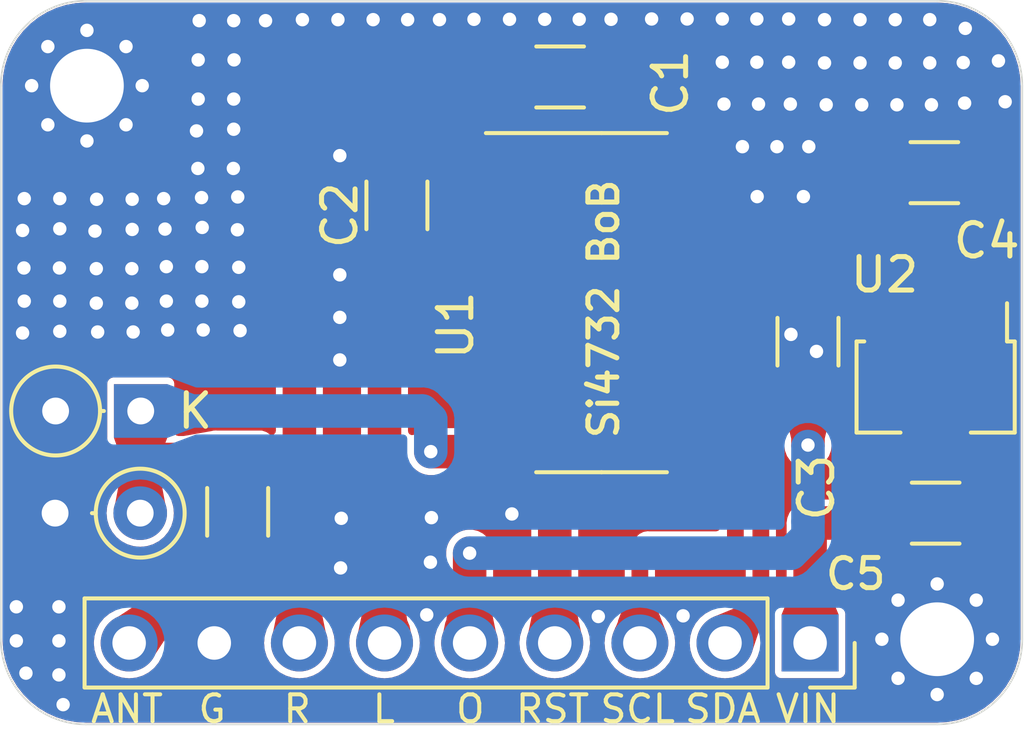
<source format=kicad_pcb>
(kicad_pcb (version 20221018) (generator pcbnew)
  (layers (0 "F.Cu" signal) (31 "B.Cu" signal) (34 "B.Paste" user) (35 "F.Paste" user) (36 "B.SilkS" user "B.Silkscreen") (37 "F.SilkS" user "F.Silkscreen") (38 "B.Mask" user) (39 "F.Mask" user) (44 "Edge.Cuts" user))
  (net 0 "")
  (net 1 "+3.3V")
  (net 2 "Net-(U1-RCLK)")
  (net 3 "RX_OSC")
  (net 4 "Net-(JP1-Pin_9)")
  (net 10 "RST")
  (net 11 "SCL")
  (net 12 "SDA")
  (net 13 "LEFT")
  (net 14 "Net-(U1-LOUT{slash}DFS)")
  (net 15 "Net-(U1-ROUT{slash}DOUT)")
  (net 16 "Net-(D1-A)")
  (net 17 "RIGHT")
  (net 18 "GND")
  (net 19 "+5V")
  (footprint "Capacitor_SMD:C_1206_3216Metric_Pad1.33x1.80mm_HandSolder" (layer "F.Cu") (at 81.026 67.02 -90)
    (fp_text reference "C3" (at 4.354 -0.254 90) (layer "F.SilkS"))
    (fp_text value "100nF" hide)
    (fp_line (start -0.711252 -0.91) (end 0.711252 -0.91) (stroke (width 0.12)) (layer "F.SilkS"))
    (fp_line (start -0.711252 0.91) (end 0.711252 0.91) (stroke (width 0.12)) (layer "F.SilkS"))
    (pad "1" smd roundrect (at -1.5625 0 270) (size 1.325 1.8) (layers "F.Cu" "F.Paste" "F.Mask") (roundrect_rratio 0.1886792453) (net 2 "Net-(U1-RCLK)"))
    (pad "2" smd roundrect (at 1.5625 0 270) (size 1.325 1.8) (layers "F.Cu" "F.Paste" "F.Mask") (roundrect_rratio 0.1886792453) (net 3 "RX_OSC"))
  )
  (footprint "Capacitor_SMD:C_1206_3216Metric_Pad1.33x1.80mm_HandSolder" (layer "F.Cu") (at 73.63 59.12 180)
    (fp_text reference "C1" (at -3.29 -0.18 90) (layer "F.SilkS"))
    (fp_text value "4.7uF" hide)
    (fp_line (start -0.711252 -0.91) (end 0.711252 -0.91) (stroke (width 0.12)) (layer "F.SilkS"))
    (fp_line (start -0.711252 0.91) (end 0.711252 0.91) (stroke (width 0.12)) (layer "F.SilkS"))
    (pad "1" smd roundrect (at -1.5625 0 180) (size 1.325 1.8) (layers "F.Cu" "F.Paste" "F.Mask") (roundrect_rratio 0.1886792453) (net 15 "Net-(U1-ROUT{slash}DOUT)"))
    (pad "2" smd roundrect (at 1.5625 0 180) (size 1.325 1.8) (layers "F.Cu" "F.Paste" "F.Mask") (roundrect_rratio 0.1886792453) (net 17 "RIGHT"))
  )
  (footprint "MountingHole:MountingHole_2.2mm_M2_Pad_Via" (layer "F.Cu") (at 84.8811 75.8986 180)
    (fp_text reference "H2" hide)
    (fp_text value "MountingHole_Pad" hide)
    (pad "1" thru_hole circle (at -1.65 0 180) (size 0.7 0.7) (drill 0.4) (layers "*.Cu" "*.Mask") (net 18 "GND"))
    (pad "1" thru_hole circle (at -1.166726 -1.166726 180) (size 0.7 0.7) (drill 0.4) (layers "*.Cu" "*.Mask") (net 18 "GND"))
    (pad "1" thru_hole circle (at -1.166726 1.166726 180) (size 0.7 0.7) (drill 0.4) (layers "*.Cu" "*.Mask") (net 18 "GND"))
    (pad "1" thru_hole circle (at 0 -1.65 180) (size 0.7 0.7) (drill 0.4) (layers "*.Cu" "*.Mask") (net 18 "GND"))
    (pad "1" thru_hole circle (at 0 0 180) (size 4.4 4.4) (drill 2.2) (layers "*.Cu" "*.Mask") (net 18 "GND"))
    (pad "1" thru_hole circle (at 0 1.65 180) (size 0.7 0.7) (drill 0.4) (layers "*.Cu" "*.Mask") (net 18 "GND"))
    (pad "1" thru_hole circle (at 1.166726 -1.166726 180) (size 0.7 0.7) (drill 0.4) (layers "*.Cu" "*.Mask") (net 18 "GND"))
    (pad "1" thru_hole circle (at 1.166726 1.166726 180) (size 0.7 0.7) (drill 0.4) (layers "*.Cu" "*.Mask") (net 18 "GND"))
    (pad "1" thru_hole circle (at 1.65 0 180) (size 0.7 0.7) (drill 0.4) (layers "*.Cu" "*.Mask") (net 18 "GND"))
  )
  (footprint "Capacitor_SMD:C_1206_3216Metric_Pad1.33x1.80mm_HandSolder" (layer "F.Cu") (at 64.008 72.0975 90)
    (fp_text reference "C13" hide)
    (fp_text value "100nF" hide)
    (fp_line (start -0.711252 -0.91) (end 0.711252 -0.91) (stroke (width 0.12)) (layer "F.SilkS"))
    (fp_line (start -0.711252 0.91) (end 0.711252 0.91) (stroke (width 0.12)) (layer "F.SilkS"))
    (pad "1" smd roundrect (at -1.5625 0 90) (size 1.325 1.8) (layers "F.Cu" "F.Paste" "F.Mask") (roundrect_rratio 0.1886792453) (net 4 "Net-(JP1-Pin_9)"))
    (pad "2" smd roundrect (at 1.5625 0 90) (size 1.325 1.8) (layers "F.Cu" "F.Paste" "F.Mask") (roundrect_rratio 0.1886792453) (net 16 "Net-(D1-A)"))
  )
  (footprint "MountingHole:MountingHole_2.2mm_M2_Pad_Via" (layer "F.Cu") (at 59.51 59.38 180)
    (fp_text reference "H1" hide)
    (fp_text value "MountingHole_Pad" hide)
    (pad "1" thru_hole circle (at -1.65 0 180) (size 0.7 0.7) (drill 0.4) (layers "*.Cu" "*.Mask") (net 18 "GND"))
    (pad "1" thru_hole circle (at -1.166726 -1.166726 180) (size 0.7 0.7) (drill 0.4) (layers "*.Cu" "*.Mask") (net 18 "GND"))
    (pad "1" thru_hole circle (at -1.166726 1.166726 180) (size 0.7 0.7) (drill 0.4) (layers "*.Cu" "*.Mask") (net 18 "GND"))
    (pad "1" thru_hole circle (at 0 -1.65 180) (size 0.7 0.7) (drill 0.4) (layers "*.Cu" "*.Mask") (net 18 "GND"))
    (pad "1" thru_hole circle (at 0 0 180) (size 4.4 4.4) (drill 2.2) (layers "*.Cu" "*.Mask") (net 18 "GND"))
    (pad "1" thru_hole circle (at 0 1.65 180) (size 0.7 0.7) (drill 0.4) (layers "*.Cu" "*.Mask") (net 18 "GND"))
    (pad "1" thru_hole circle (at 1.166726 -1.166726 180) (size 0.7 0.7) (drill 0.4) (layers "*.Cu" "*.Mask") (net 18 "GND"))
    (pad "1" thru_hole circle (at 1.166726 1.166726 180) (size 0.7 0.7) (drill 0.4) (layers "*.Cu" "*.Mask") (net 18 "GND"))
    (pad "1" thru_hole circle (at 1.65 0 180) (size 0.7 0.7) (drill 0.4) (layers "*.Cu" "*.Mask") (net 18 "GND"))
  )
  (footprint "Capacitor_SMD:C_1206_3216Metric_Pad1.33x1.80mm_HandSolder" (layer "F.Cu") (at 84.7975 61.976 180)
    (fp_text reference "C4" (at -1.5625 -2.032) (layer "F.SilkS"))
    (fp_text value "10uF" hide)
    (fp_line (start -0.711252 -0.91) (end 0.711252 -0.91) (stroke (width 0.12)) (layer "F.SilkS"))
    (fp_line (start -0.711252 0.91) (end 0.711252 0.91) (stroke (width 0.12)) (layer "F.SilkS"))
    (pad "1" smd roundrect (at -1.5625 0 180) (size 1.325 1.8) (layers "F.Cu" "F.Paste" "F.Mask") (roundrect_rratio 0.188679) (net 18 "GND"))
    (pad "2" smd roundrect (at 1.5625 0 180) (size 1.325 1.8) (layers "F.Cu" "F.Paste" "F.Mask") (roundrect_rratio 0.188679) (net 1 "+3.3V"))
  )
  (footprint "Package_TO_SOT_SMD:SOT-89-3" (layer "F.Cu") (at 84.836 68.072 -90)
    (fp_text reference "U2" (at -3.048 1.524 -180) (layer "F.SilkS"))
    (fp_text value "HT7833 SOT89 3.3V 500mA LDO" hide)
    (fp_line (start -2.2 -2.13) (end -1.06 -2.13) (stroke (width 0.12)) (layer "F.SilkS"))
    (fp_line (start -1.06 -2.36) (end -1.06 -2.13) (stroke (width 0.12)) (layer "F.SilkS"))
    (fp_line (start -1.06 -2.36) (end 1.66 -2.36) (stroke (width 0.12)) (layer "F.SilkS"))
    (fp_line (start -1.06 2.36) (end -1.06 2.13) (stroke (width 0.12)) (layer "F.SilkS"))
    (fp_line (start 1.66 -2.36) (end 1.66 -1.05) (stroke (width 0.12)) (layer "F.SilkS"))
    (fp_line (start 1.66 1.05) (end 1.66 2.36) (stroke (width 0.12)) (layer "F.SilkS"))
    (fp_line (start 1.66 2.36) (end -1.06 2.36) (stroke (width 0.12)) (layer "F.SilkS"))
    (pad "1" smd rect (at -1.65 -1.5 270) (size 1.3 0.9) (layers "F.Cu" "F.Paste" "F.Mask") (net 18 "GND"))
    (pad "2" smd custom (at -1.5625 0 270) (size 1.475 0.9) (layers "F.Cu" "F.Paste" "F.Mask") (net 19 "+5V") (options (clearance outline) (anchor rect)) (primitives (gr_poly (pts (xy 3.8625 0.8665) (xy 0.7375 0.8665) (xy 0.7375 -0.8665) (xy 3.8625 -0.8665)) (width 0) (fill yes))))
    (pad "3" smd rect (at -1.65 1.5 270) (size 1.3 0.9) (layers "F.Cu" "F.Paste" "F.Mask") (net 1 "+3.3V"))
  )
  (footprint "footprints:PinSocket_1x09_P2.54mm_Vertical_Custom" (layer "F.Cu") (at 81.09 76.01 -90)
    (fp_text reference "JP1" hide)
    (fp_text value "Pin Header" hide)
    (fp_line (start -1.33 1.27) (end -1.33 21.65) (stroke (width 0.12)) (layer "F.SilkS"))
    (fp_line (start -1.33 1.27) (end 1.33 1.27) (stroke (width 0.12)) (layer "F.SilkS"))
    (fp_line (start -1.33 21.65) (end 1.33 21.65) (stroke (width 0.12)) (layer "F.SilkS"))
    (fp_line (start 0 -1.33) (end 1.33 -1.33) (stroke (width 0.12)) (layer "F.SilkS"))
    (fp_line (start 1.33 -1.33) (end 1.33 0) (stroke (width 0.12)) (layer "F.SilkS"))
    (fp_line (start 1.33 1.27) (end 1.33 21.65) (stroke (width 0.12)) (layer "F.SilkS"))
    (pad "1" thru_hole rect (at 0 0 270) (size 1.7 1.7) (drill 1) (layers "*.Cu" "*.Mask") (net 19 "+5V"))
    (pad "2" thru_hole oval (at 0 2.54 270) (size 1.7 1.7) (drill 1) (layers "*.Cu" "*.Mask") (net 12 "SDA"))
    (pad "3" thru_hole oval (at 0 5.08 270) (size 1.7 1.7) (drill 1) (layers "*.Cu" "*.Mask") (net 11 "SCL"))
    (pad "4" thru_hole oval (at 0 7.62 270) (size 1.7 1.7) (drill 1) (layers "*.Cu" "*.Mask") (net 10 "RST"))
    (pad "5" thru_hole oval (at 0 10.16 270) (size 1.7 1.7) (drill 1) (layers "*.Cu" "*.Mask") (net 3 "RX_OSC"))
    (pad "6" thru_hole oval (at 0 12.7 270) (size 1.7 1.7) (drill 1) (layers "*.Cu" "*.Mask") (net 13 "LEFT"))
    (pad "7" thru_hole oval (at 0 15.24 270) (size 1.7 1.7) (drill 1) (layers "*.Cu" "*.Mask") (net 17 "RIGHT"))
    (pad "8" thru_hole oval (at 0 17.78 270) (size 1.7 1.7) (drill 1) (layers "*.Cu" "*.Mask") (net 18 "GND"))
    (pad "9" thru_hole oval (at 0 20.32 270) (size 1.7 1.7) (drill 1) (layers "*.Cu" "*.Mask") (net 4 "Net-(JP1-Pin_9)"))
  )
  (footprint "Diode_THT:D_DO-35_SOD27_P2.54mm_Vertical_KathodeUp" (layer "F.Cu") (at 58.56 72.136)
    (fp_text reference "D1" hide)
    (fp_text value "1N4148" hide)
    (fp_line (start 1.213629 0) (end 1.1 0) (stroke (width 0.12)) (layer "F.SilkS"))
    (fp_circle (center 2.54 0) (end 3.866371 0) (stroke (width 0.12)) (fill none) (layer "F.SilkS"))
    (pad "1" thru_hole rect (at 0 0) (size 1.6 1.6) (drill 0.8) (layers "*.Cu" "*.Mask") (net 18 "GND"))
    (pad "2" thru_hole oval (at 2.54 0) (size 1.6 1.6) (drill 0.8) (layers "*.Cu" "*.Mask") (net 16 "Net-(D1-A)"))
  )
  (footprint "Capacitor_SMD:C_1206_3216Metric_Pad1.33x1.80mm_HandSolder" (layer "F.Cu") (at 84.836 72.136 180)
    (fp_text reference "C5" (at 2.386 -1.814) (layer "F.SilkS") (effects (font (size 0.9 0.9))))
    (fp_text value "10uF" hide)
    (fp_line (start -0.711252 -0.91) (end 0.711252 -0.91) (stroke (width 0.12)) (layer "F.SilkS"))
    (fp_line (start -0.711252 0.91) (end 0.711252 0.91) (stroke (width 0.12)) (layer "F.SilkS"))
    (pad "1" smd roundrect (at -1.5625 0 180) (size 1.325 1.8) (layers "F.Cu" "F.Paste" "F.Mask") (roundrect_rratio 0.188679) (net 18 "GND"))
    (pad "2" smd roundrect (at 1.5625 0 180) (size 1.325 1.8) (layers "F.Cu" "F.Paste" "F.Mask") (roundrect_rratio 0.188679) (net 19 "+5V"))
  )
  (footprint "Capacitor_SMD:C_1206_3216Metric_Pad1.33x1.80mm_HandSolder" (layer "F.Cu") (at 68.76 62.9525 90)
    (fp_text reference "C2" (at -0.2935 -1.704 90) (layer "F.SilkS"))
    (fp_text value "4.7uF" hide)
    (fp_line (start -0.711252 -0.91) (end 0.711252 -0.91) (stroke (width 0.12)) (layer "F.SilkS"))
    (fp_line (start -0.711252 0.91) (end 0.711252 0.91) (stroke (width 0.12)) (layer "F.SilkS"))
    (pad "1" smd roundrect (at -1.5625 0 90) (size 1.325 1.8) (layers "F.Cu" "F.Paste" "F.Mask") (roundrect_rratio 0.1886792453) (net 13 "LEFT"))
    (pad "2" smd roundrect (at 1.5625 0 90) (size 1.325 1.8) (layers "F.Cu" "F.Paste" "F.Mask") (roundrect_rratio 0.1886792453) (net 14 "Net-(U1-LOUT{slash}DFS)"))
  )
  (footprint "Package_SO:SOIC-16_3.9x9.9mm_P1.27mm" (layer "F.Cu") (at 74.8657 65.855)
    (fp_text reference "U1" (at -4.3557 0.675 90) (layer "F.SilkS"))
    (fp_text value "SI4732-A10-GS" hide)
    (fp_line (start 0 -5.06) (end -3.45 -5.06) (stroke (width 0.12)) (layer "F.SilkS"))
    (fp_line (start 0 -5.06) (end 1.95 -5.06) (stroke (width 0.12)) (layer "F.SilkS"))
    (fp_line (start 0 5.06) (end -1.95 5.06) (stroke (width 0.12)) (layer "F.SilkS"))
    (fp_line (start 0 5.06) (end 1.95 5.06) (stroke (width 0.12)) (layer "F.SilkS"))
    (pad "1" smd roundrect (at -2.475 -4.445) (size 1.95 0.6) (layers "F.Cu" "F.Paste" "F.Mask") (net 14 "Net-(U1-LOUT{slash}DFS)"))
    (pad "2" smd roundrect (at -2.475 -3.175) (size 1.95 0.6) (layers "F.Cu" "F.Paste" "F.Mask"))
    (pad "3" smd roundrect (at -2.475 -1.905) (size 1.95 0.6) (layers "F.Cu" "F.Paste" "F.Mask"))
    (pad "4" smd roundrect (at -2.475 -0.635) (size 1.95 0.6) (layers "F.Cu" "F.Paste" "F.Mask"))
    (pad "5" smd roundrect (at -2.475 0.635) (size 1.95 0.6) (layers "F.Cu" "F.Paste" "F.Mask"))
    (pad "6" smd roundrect (at -2.475 1.905) (size 1.95 0.6) (layers "F.Cu" "F.Paste" "F.Mask"))
    (pad "7" smd roundrect (at -2.475 3.175) (size 1.95 0.6) (layers "F.Cu" "F.Paste" "F.Mask") (net 18 "GND"))
    (pad "8" smd roundrect (at -2.475 4.445) (size 1.95 0.6) (layers "F.Cu" "F.Paste" "F.Mask") (net 16 "Net-(D1-A)"))
    (pad "9" smd roundrect (at 2.475 4.445) (size 1.95 0.6) (layers "F.Cu" "F.Paste" "F.Mask") (net 10 "RST"))
    (pad "10" smd roundrect (at 2.475 3.175) (size 1.95 0.6) (layers "F.Cu" "F.Paste" "F.Mask") (net 18 "GND"))
    (pad "11" smd roundrect (at 2.475 1.905) (size 1.95 0.6) (layers "F.Cu" "F.Paste" "F.Mask") (net 11 "SCL"))
    (pad "12" smd roundrect (at 2.475 0.635) (size 1.95 0.6) (layers "F.Cu" "F.Paste" "F.Mask") (net 12 "SDA"))
    (pad "13" smd roundrect (at 2.475 -0.635) (size 1.95 0.6) (layers "F.Cu" "F.Paste" "F.Mask") (net 2 "Net-(U1-RCLK)"))
    (pad "14" smd roundrect (at 2.475 -1.905) (size 1.95 0.6) (layers "F.Cu" "F.Paste" "F.Mask") (net 1 "+3.3V"))
    (pad "15" smd roundrect (at 2.475 -3.175) (size 1.95 0.6) (layers "F.Cu" "F.Paste" "F.Mask") (net 18 "GND"))
    (pad "16" smd roundrect (at 2.475 -4.445) (size 1.95 0.6) (layers "F.Cu" "F.Paste" "F.Mask") (net 15 "Net-(U1-ROUT{slash}DOUT)"))
  )
  (footprint "Diode_THT:D_DO-35_SOD27_P2.54mm_Vertical_KathodeUp" (layer "F.Cu") (at 61.115686 69.088 180)
    (fp_text reference "D2" hide)
    (fp_text value "1N4148" hide)
    (fp_text user "K" (at -1.622315 0) (layer "F.SilkS"))
    (fp_line (start 1.213629 0) (end 1.1 0) (stroke (width 0.12)) (layer "F.SilkS"))
    (fp_circle (center 2.54 0) (end 3.866371 0) (stroke (width 0.12)) (fill none) (layer "F.SilkS"))
    (pad "1" thru_hole rect (at 0 0 180) (size 1.6 1.6) (drill 0.8) (layers "*.Cu" "*.Mask") (net 16 "Net-(D1-A)"))
    (pad "2" thru_hole oval (at 2.54 0 180) (size 1.6 1.6) (drill 0.8) (layers "*.Cu" "*.Mask") (net 18 "GND"))
  )
  (gr_arc (start 84.8811 56.8486) (mid 86.677151 57.592549) (end 87.4211 59.3886) (stroke (width 0.05)) (layer "Edge.Cuts"))
  (gr_line (start 56.9411 75.8986) (end 56.9411 59.3886) (stroke (width 0.05)) (layer "Edge.Cuts"))
  (gr_line (start 84.8811 78.4386) (end 59.4811 78.4386) (stroke (width 0.05)) (layer "Edge.Cuts"))
  (gr_arc (start 59.4811 78.4386) (mid 57.685049 77.694651) (end 56.9411 75.8986) (stroke (width 0.05)) (layer "Edge.Cuts"))
  (gr_line (start 87.4211 59.3886) (end 87.4211 75.8986) (stroke (width 0.05)) (layer "Edge.Cuts"))
  (gr_arc (start 56.9411 59.3886) (mid 57.685049 57.592549) (end 59.4811 56.8486) (stroke (width 0.05)) (layer "Edge.Cuts"))
  (gr_line (start 59.4811 56.8486) (end 84.8811 56.8486) (stroke (width 0.05)) (layer "Edge.Cuts"))
  (gr_arc (start 87.4211 75.8986) (mid 86.677151 77.694651) (end 84.8811 78.4386) (stroke (width 0.05)) (layer "Edge.Cuts"))
  (gr_text "SDA\n" (at 78.486 77.978) (layer "F.SilkS") (effects (font (size 0.8 0.8) (thickness 0.12))))
  (gr_text "Si4732 BoB" (at 74.93 66.04 90) (layer "F.SilkS") (effects (font (size 0.8636 0.8636) (thickness 0.1524))))
  (gr_text "L" (at 68.37 77.978) (layer "F.SilkS") (effects (font (size 0.8 0.8) (thickness 0.12))))
  (gr_text "G" (at 63.246 77.978) (layer "F.SilkS") (effects (font (size 0.8 0.8) (thickness 0.12))))
  (gr_text "RST" (at 73.406 77.978) (layer "F.SilkS") (effects (font (size 0.8 0.8) (thickness 0.12))))
  (gr_text "R\n" (at 65.786 77.978) (layer "F.SilkS") (effects (font (size 0.8 0.8) (thickness 0.12))))
  (gr_text "ANT" (at 60.706 77.978) (layer "F.SilkS") (effects (font (size 0.8 0.8) (thickness 0.12))))
  (gr_text "O" (at 70.95 77.978) (layer "F.SilkS") (effects (font (size 0.8 0.8) (thickness 0.12))))
  (gr_text "SCL" (at 75.946 77.978) (layer "F.SilkS") (effects (font (size 0.8 0.8) (thickness 0.12))))
  (gr_text "VIN" (at 81.026 77.978) (layer "F.SilkS") (effects (font (size 0.8 0.8) (thickness 0.12))))
  (segment (start 83.336 62.077) (end 83.336 66.422) (width 0.5) (layer "F.Cu") (net 1))
  (segment (start 77.3407 63.95) (end 83.13 63.95) (width 0.5) (layer "F.Cu") (net 1))
  (segment (start 77.3407 65.22) (end 81.1025 65.22) (width 0.5) (layer "F.Cu") (net 2))
  (segment (start 81.026 70.104) (end 81.026 68.5825) (width 1) (layer "F.Cu") (net 3))
  (segment (start 70.93 76.01) (end 70.93 73.33) (width 1) (layer "F.Cu") (net 3))
  (via (at 81.026 70.104) (size 0.8) (drill 0.4) (layers "F.Cu" "B.Cu") (net 3))
  (via (at 70.93 73.33) (size 0.8) (drill 0.4) (layers "F.Cu" "B.Cu") (net 3))
  (segment (start 70.93 73.33) (end 80.518 73.33) (width 1) (layer "B.Cu") (net 3))
  (segment (start 81.026 72.822) (end 80.518 73.33) (width 1) (layer "B.Cu") (net 3))
  (segment (start 81.026 72.39) (end 81.026 70.148) (width 1) (layer "B.Cu") (net 3))
  (segment (start 81.026 72.39) (end 81.026 72.822) (width 1) (layer "B.Cu") (net 3))
  (segment (start 60.77 76.01) (end 63.12 73.66) (width 1) (layer "F.Cu") (net 4))
  (segment (start 63.12 73.66) (end 64.008 73.66) (width 1) (layer "F.Cu") (net 4))
  (segment (start 77.3407 71.3893) (end 77.3407 70.64) (width 1) (layer "F.Cu") (net 10))
  (segment (start 77.3407 71.2593) (end 77.27 71.33) (width 0.25) (layer "F.Cu") (net 10))
  (segment (start 73.47 76.01) (end 73.47 71.74) (width 1) (layer "F.Cu") (net 10))
  (segment (start 73.47 71.74) (end 73.63 71.58) (width 1) (layer "F.Cu") (net 10))
  (segment (start 77.15 71.58) (end 77.3407 71.3893) (width 1) (layer "F.Cu") (net 10))
  (segment (start 73.63 71.58) (end 77.15 71.58) (width 1) (layer "F.Cu") (net 10))
  (segment (start 77.3407 70.64) (end 77.3407 71.2593) (width 0.25) (layer "F.Cu") (net 10))
  (segment (start 77.3407 70.3) (end 77.3407 70.64) (width 0.25) (layer "F.Cu") (net 10))
  (segment (start 76.01 76.01) (end 76.01 73.38) (width 0.5) (layer "F.Cu") (net 11))
  (segment (start 78.56 67.76) (end 77.3407 67.76) (width 0.5) (layer "F.Cu") (net 11))
  (segment (start 76.26 73.13) (end 78.86 73.13) (width 0.5) (layer "F.Cu") (net 11))
  (segment (start 78.86 68.06) (end 78.56 67.76) (width 0.5) (layer "F.Cu") (net 11))
  (segment (start 76.01 73.38) (end 76.26 73.13) (width 0.5) (layer "F.Cu") (net 11))
  (segment (start 78.86 73.13) (end 78.86 68.06) (width 0.5) (layer "F.Cu") (net 11))
  (segment (start 79.06 66.49) (end 79.15 66.58) (width 0.25) (layer "F.Cu") (net 12))
  (segment (start 79.62 66.69) (end 79.62 74.94) (width 0.5) (layer "F.Cu") (net 12))
  (segment (start 79.42 66.49) (end 79.62 66.69) (width 0.5) (layer "F.Cu") (net 12))
  (segment (start 77.3407 66.49) (end 79.42 66.49) (width 0.5) (layer "F.Cu") (net 12))
  (segment (start 77.52 66.49) (end 79.06 66.49) (width 0.25) (layer "F.Cu") (net 12))
  (segment (start 79.62 74.94) (end 78.55 76.01) (width 0.5) (layer "F.Cu") (net 12))
  (segment (start 68.39 76.01) (end 68.39 64.885) (width 1) (layer "F.Cu") (net 13))
  (segment (start 68.39 64.885) (end 68.76 64.515) (width 1) (layer "F.Cu") (net 13))
  (segment (start 72.3707 61.39) (end 72.3907 61.41) (width 1) (layer "F.Cu") (net 14))
  (segment (start 68.76 61.39) (end 72.3707 61.39) (width 1) (layer "F.Cu") (net 14))
  (segment (start 77.22 59.12) (end 77.42 59.32) (width 1) (layer "F.Cu") (net 15))
  (segment (start 77.42 59.32) (end 77.42 61.3307) (width 1) (layer "F.Cu") (net 15))
  (segment (start 75.1925 59.12) (end 77.22 59.12) (width 1) (layer "F.Cu") (net 15))
  (segment (start 77.42 61.3307) (end 77.3407 61.41) (width 1) (layer "F.Cu") (net 15))
  (segment (start 61.185 70.535) (end 61.1 70.45) (width 1) (layer "F.Cu") (net 16))
  (segment (start 61.1 72.136) (end 61.1 70.45) (width 1) (layer "F.Cu") (net 16))
  (segment (start 61.1 70.45) (end 61.1 69.103686) (width 1) (layer "F.Cu") (net 16))
  (segment (start 64.008 70.535) (end 61.185 70.535) (width 1) (layer "F.Cu") (net 16))
  (segment (start 72.3907 70.3) (end 69.77 70.3) (width 1) (layer "F.Cu") (net 16))
  (via (at 69.77 70.3) (size 0.8) (drill 0.4) (layers "F.Cu" "B.Cu") (net 16))
  (segment (start 69.77 69.34) (end 69.77 70.3) (width 1) (layer "B.Cu") (net 16))
  (segment (start 69.518 69.088) (end 69.77 69.34) (width 1) (layer "B.Cu") (net 16))
  (segment (start 61.115686 69.088) (end 69.518 69.088) (width 1) (layer "B.Cu") (net 16))
  (segment (start 72.0675 59.12) (end 65.92 59.12) (width 1) (layer "F.Cu") (net 17))
  (segment (start 65.85 59.19) (end 65.85 76.01) (width 1) (layer "F.Cu") (net 17))
  (segment (start 65.92 59.12) (end 65.85 59.19) (width 1) (layer "F.Cu") (net 17))
  (via (at 57.64 65.81) (size 0.8) (drill 0.4) (layers "F.Cu" "B.Cu") (net 18))
  (via (at 57.64 62.75) (size 0.8) (drill 0.4) (layers "F.Cu" "B.Cu") (net 18))
  (via (at 80.89 62.69) (size 0.8) (drill 0.4) (layers "F.Cu" "B.Cu") (net 18))
  (via (at 62.82 61.85) (size 0.8) (drill 0.4) (layers "F.Cu" "B.Cu") (net 18))
  (via (at 58.674 74.93) (size 0.8) (drill 0.4) (layers "F.Cu" "B.Cu") (net 18))
  (via (at 80.45 57.39) (size 0.8) (drill 0.4) (layers "F.Cu" "B.Cu") (net 18))
  (via (at 74.2 57.4) (size 0.8) (drill 0.4) (layers "F.Cu" "B.Cu") (net 18))
  (via (at 82.63 59.95) (size 0.8) (drill 0.4) (layers "F.Cu" "B.Cu") (net 18))
  (via (at 61.88 65.81) (size 0.8) (drill 0.4) (layers "F.Cu" "B.Cu") (net 18))
  (via (at 86.71 58.64) (size 0.8) (drill 0.4) (layers "F.Cu" "B.Cu") (net 18))
  (via (at 60.86 62.77) (size 0.8) (drill 0.4) (layers "F.Cu" "B.Cu") (net 18))
  (via (at 81.05 61.2) (size 0.8) (drill 0.4) (layers "F.Cu" "B.Cu") (net 18))
  (via (at 64.04 64.8) (size 0.8) (drill 0.4) (layers "F.Cu" "B.Cu") (net 18))
  (via (at 58.69 64.82) (size 0.8) (drill 0.4) (layers "F.Cu" "B.Cu") (net 18))
  (via (at 65.94 57.41) (size 0.8) (drill 0.4) (layers "F.Cu" "B.Cu") (net 18))
  (via (at 58.8 77.85) (size 0.8) (drill 0.4) (layers "F.Cu" "B.Cu") (net 18))
  (via (at 75.15 57.4) (size 0.8) (drill 0.4) (layers "F.Cu" "B.Cu") (net 18))
  (via (at 67.1 72.29) (size 0.8) (drill 0.4) (layers "F.Cu" "B.Cu") (net 18))
  (via (at 64.08 66.69) (size 0.8) (drill 0.4) (layers "F.Cu" "B.Cu") (net 18))
  (via (at 69.76 73.6) (size 0.8) (drill 0.4) (layers "F.Cu" "B.Cu") (net 18))
  (via (at 62.93 62.72) (size 0.8) (drill 0.4) (layers "F.Cu" "B.Cu") (net 18))
  (via (at 74.77 75.22) (size 0.8) (drill 0.4) (layers "F.Cu" "B.Cu") (net 18))
  (via (at 63.9 58.61) (size 0.8) (drill 0.4) (layers "F.Cu" "B.Cu") (net 18))
  (via (at 86.91 59.86) (size 0.8) (drill 0.4) (layers "F.Cu" "B.Cu") (net 18))
  (via (at 61.84 63.66) (size 0.8) (drill 0.4) (layers "F.Cu" "B.Cu") (net 18))
  (via (at 62.78 60.73) (size 0.8) (drill 0.4) (layers "F.Cu" "B.Cu") (net 18))
  (via (at 83.68 59.95) (size 0.8) (drill 0.4) (layers "F.Cu" "B.Cu") (net 18))
  (via (at 57.59 63.7) (size 0.8) (drill 0.4) (layers "F.Cu" "B.Cu") (net 18))
  (via (at 58.7 65.81) (size 0.8) (drill 0.4) (layers "F.Cu" "B.Cu") (net 18))
  (via (at 84.66 57.41) (size 0.8) (drill 0.4) (layers "F.Cu" "B.Cu") (net 18))
  (via (at 85.72 57.67) (size 0.8) (drill 0.4) (layers "F.Cu" "B.Cu") (net 18))
  (via (at 58.7 63.65) (size 0.8) (drill 0.4) (layers "F.Cu" "B.Cu") (net 18))
  (via (at 80.1 61.2) (size 0.8) (drill 0.4) (layers "F.Cu" "B.Cu") (net 18))
  (via (at 57.404 75.946) (size 0.8) (drill 0.4) (layers "F.Cu" "B.Cu") (net 18))
  (via (at 59.8 62.77) (size 0.8) (drill 0.4) (layers "F.Cu" "B.Cu") (net 18))
  (via (at 62.94 65.81) (size 0.8) (drill 0.4) (layers "F.Cu" "B.Cu") (net 18))
  (via (at 81.28 67.31) (size 0.8) (drill 0.4) (layers "F.Cu" "B.Cu") (net 18))
  (via (at 62.98 66.67) (size 0.8) (drill 0.4) (layers "F.Cu" "B.Cu") (net 18))
  (via (at 62.95 63.61) (size 0.8) (drill 0.4) (layers "F.Cu" "B.Cu") (net 18))
  (via (at 78.47 58.68) (size 0.8) (drill 0.4) (layers "F.Cu" "B.Cu") (net 18))
  (via (at 60.86 63.67) (size 0.8) (drill 0.4) (layers "F.Cu" "B.Cu") (net 18))
  (via (at 79.5 57.39) (size 0.8) (drill 0.4) (layers "F.Cu" "B.Cu") (net 18))
  (via (at 77.3 75.2) (size 0.8) (drill 0.4) (layers "F.Cu" "B.Cu") (net 18))
  (via (at 70.03 57.41) (size 0.8) (drill 0.4) (layers "F.Cu" "B.Cu") (net 18))
  (via (at 62.86 57.44) (size 0.8) (drill 0.4) (layers "F.Cu" "B.Cu") (net 18))
  (via (at 60.89 66.73) (size 0.8) (drill 0.4) (layers "F.Cu" "B.Cu") (net 18))
  (via (at 64.01 62.7) (size 0.8) (drill 0.4) (layers "F.Cu" "B.Cu") (net 18))
  (via (at 80.45 58.68) (size 0.8) (drill 0.4) (layers "F.Cu" "B.Cu") (net 18))
  (via (at 64.04 65.83) (size 0.8) (drill 0.4) (layers "F.Cu" "B.Cu") (net 18))
  (via (at 81.52 58.7) (size 0.8) (drill 0.4) (layers "F.Cu" "B.Cu") (net 18))
  (via (at 67.056 67.564) (size 0.8) (drill 0.4) (layers "F.Cu" "B.Cu") (net 18))
  (via (at 69.08 57.41) (size 0.8) (drill 0.4) (layers "F.Cu" "B.Cu") (net 18))
  (via (at 71.06 57.4) (size 0.8) (drill 0.4) (layers "F.Cu" "B.Cu") (net 18))
  (via (at 60.85 65.87) (size 0.8) (drill 0.4) (layers "F.Cu" "B.Cu") (net 18))
  (via (at 82.58 57.41) (size 0.8) (drill 0.4) (layers "F.Cu" "B.Cu") (net 18))
  (via (at 84.66 58.7) (size 0.8) (drill 0.4) (layers "F.Cu" "B.Cu") (net 18))
  (via (at 67.08 73.77) (size 0.8) (drill 0.4) (layers "F.Cu" "B.Cu") (net 18))
  (via (at 79.5 58.68) (size 0.8) (drill 0.4) (layers "F.Cu" "B.Cu") (net 18))
  (via (at 58.7 62.75) (size 0.8) (drill 0.4) (layers "F.Cu" "B.Cu") (net 18))
  (via (at 58.7 66.71) (size 0.8) (drill 0.4) (layers "F.Cu" "B.Cu") (net 18))
  (via (at 59.79 65.87) (size 0.8) (drill 0.4) (layers "F.Cu" "B.Cu") (net 18))
  (via (at 72.12 57.4) (size 0.8) (drill 0.4) (layers "F.Cu" "B.Cu") (net 18))
  (via (at 58.674 76.962) (size 0.8) (drill 0.4) (layers "F.Cu" "B.Cu") (net 18))
  (via (at 83.63 58.7) (size 0.8) (drill 0.4) (layers "F.Cu" "B.Cu") (net 18))
  (via (at 69.79 72.27) (size 0.8) (drill 0.4) (layers "F.Cu" "B.Cu") (net 18))
  (via (at 68.05 57.41) (size 0.8) (drill 0.4) (layers "F.Cu" "B.Cu") (net 18))
  (via (at 80.518 66.802) (size 0.8) (drill 0.4) (layers "F.Cu" "B.Cu") (net 18))
  (via (at 79.07 61.2) (size 0.8) (drill 0.4) (layers "F.Cu" "B.Cu") (net 18))
  (via (at 61.92 66.67) (size 0.8) (drill 0.4) (layers "F.Cu" "B.Cu") (net 18))
  (via (at 59.75 63.72) (size 0.8) (drill 0.4) (layers "F.Cu" "B.Cu") (net 18))
  (via (at 76.36 57.39) (size 0.8) (drill 0.4) (layers "F.Cu" "B.Cu") (net 18))
  (via (at 59.79 64.84) (size 0.8) (drill 0.4) (layers "F.Cu" "B.Cu") (net 18))
  (via (at 58.674 75.946) (size 0.8) (drill 0.4) (layers "F.Cu" "B.Cu") (net 18))
  (via (at 85.66 58.69) (size 0.8) (drill 0.4) (layers "F.Cu" "B.Cu") (net 18))
  (via (at 80.5 59.93) (size 0.8) (drill 0.4) (layers "F.Cu" "B.Cu") (net 18))
  (via (at 81.52 57.41) (size 0.8) (drill 0.4) (layers "F.Cu" "B.Cu") (net 18))
  (via (at 83.63 57.41) (size 0.8) (drill 0.4) (layers "F.Cu" "B.Cu") (net 18))
  (via (at 67.056 61.468) (size 0.8) (drill 0.4) (layers "F.Cu" "B.Cu") (net 18))
  (via (at 69.65 75.17) (size 0.8) (drill 0.4) (layers "F.Cu" "B.Cu") (net 18))
  (via (at 59.83 66.73) (size 0.8) (drill 0.4) (layers "F.Cu" "B.Cu") (net 18))
  (via (at 84.71 59.95) (size 0.8) (drill 0.4) (layers "F.Cu" "B.Cu") (net 18))
  (via (at 67.056 66.294) (size 0.8) (drill 0.4) (layers "F.Cu" "B.Cu") (net 18))
  (via (at 60.85 64.84) (size 0.8) (drill 0.4) (layers "F.Cu" "B.Cu") (net 18))
  (via (at 63.89 57.44) (size 0.8) (drill 0.4) (layers "F.Cu" "B.Cu") (net 18))
  (via (at 57.69 76.91) (size 0.8) (drill 0.4) (layers "F.Cu" "B.Cu") (net 18))
  (via (at 63.88 61.85) (size 0.8) (drill 0.4) (layers "F.Cu" "B.Cu") (net 18))
  (via (at 64 63.68) (size 0.8) (drill 0.4) (layers "F.Cu" "B.Cu") (net 18))
  (via (at 61.88 64.78) (size 0.8) (drill 0.4) (layers "F.Cu" "B.Cu") (net 18))
  (via (at 82.58 58.7) (size 0.8) (drill 0.4) (layers "F.Cu" "B.Cu") (net 18))
  (via (at 62.83 59.78) (size 0.8) (drill 0.4) (layers "F.Cu" "B.Cu") (net 18))
  (via (at 62.83 58.61) (size 0.8) (drill 0.4) (layers "F.Cu" "B.Cu") (net 18))
  (via (at 79.55 59.93) (size 0.8) (drill 0.4) (layers "F.Cu" "B.Cu") (net 18))
  (via (at 61.8 62.75) (size 0.8) (drill 0.4) (layers "F.Cu" "B.Cu") (net 18))
  (via (at 57.63 64.82) (size 0.8) (drill 0.4) (layers "F.Cu" "B.Cu") (net 18))
  (via (at 79.51 62.69) (size 0.8) (drill 0.4) (layers "F.Cu" "B.Cu") (net 18))
  (via (at 78.52 59.93) (size 0.8) (drill 0.4) (layers "F.Cu" "B.Cu") (net 18))
  (via (at 85.7 59.9) (size 0.8) (drill 0.4) (layers "F.Cu" "B.Cu") (net 18))
  (via (at 72.19 72.16) (size 0.8) (drill 0.4) (layers "F.Cu" "B.Cu") (net 18))
  (via (at 63.89 60.68) (size 0.8) (drill 0.4) (layers "F.Cu" "B.Cu") (net 18))
  (via (at 77.42 57.39) (size 0.8) (drill 0.4) (layers "F.Cu" "B.Cu") (net 18))
  (via (at 73.17 57.4) (size 0.8) (drill 0.4) (layers "F.Cu" "B.Cu") (net 18))
  (via (at 57.404 74.93) (size 0.8) (drill 0.4) (layers "F.Cu" "B.Cu") (net 18))
  (via (at 81.57 59.95) (size 0.8) (drill 0.4) (layers "F.Cu" "B.Cu") (net 18))
  (via (at 67 57.41) (size 0.8) (drill 0.4) (layers "F.Cu" "B.Cu") (net 18))
  (via (at 57.59 66.76) (size 0.8) (drill 0.4) (layers "F.Cu" "B.Cu") (net 18))
  (via (at 67.056 65.024) (size 0.8) (drill 0.4) (layers "F.Cu" "B.Cu") (net 18))
  (via (at 64.84 57.44) (size 0.8) (drill 0.4) (layers "F.Cu" "B.Cu") (net 18))
  (via (at 63.89 59.78) (size 0.8) (drill 0.4) (layers "F.Cu" "B.Cu") (net 18))
  (via (at 78.47 57.39) (size 0.8) (drill 0.4) (layers "F.Cu" "B.Cu") (net 18))
  (via (at 62.94 64.78) (size 0.8) (drill 0.4) (layers "F.Cu" "B.Cu") (net 18))
  (segment (start 84.796 72.43) (end 81.13 72.43) (width 1) (layer "F.Cu") (net 19))
  (segment (start 81.13 72.43) (end 81.09 72.47) (width 1) (layer "F.Cu") (net 19))
  (segment (start 84.836 72.39) (end 84.796 72.43) (width 1) (layer "F.Cu") (net 19))
  (segment (start 81.09 72.47) (end 81.09 76.01) (width 1) (layer "F.Cu") (net 19))
  (segment (start 84.836 66.5095) (end 84.836 72.39) (width 1) (layer "F.Cu") (net 19))
  (zone (net 18) (net_name "GND") (layer "F.Cu") (connect_pads yes (clearance 0.2)) (min_thickness 0.25) (fill yes (thermal_gap 0.25) (thermal_bridge_width 0.25) (smoothing chamfer) (radius 0.05) (island_removal_mode 2) (island_area_min 10))
    (polygon (pts (xy 56.95 56.86) (xy 56.97 78.42) (xy 87.48 78.41) (xy 87.46 56.85)))
  )
  (zone (net 18) (net_name "GND") (layer "B.Cu") (priority 2) (connect_pads yes (clearance 0.2)) (min_thickness 0.25) (fill yes (thermal_gap 0.25) (thermal_bridge_width 0.25) (smoothing chamfer) (radius 0.05) (island_removal_mode 2) (island_area_min 10))
    (polygon (pts (xy 56.95 56.88) (xy 56.96 78.43) (xy 87.46 78.42) (xy 87.45 56.87)))
  )
)
</source>
